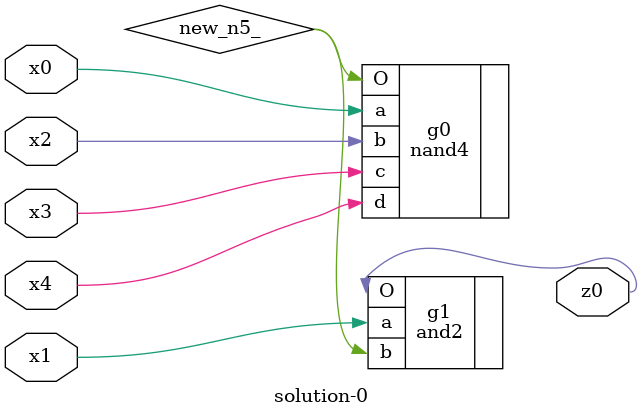
<source format=v>
module \solution-0 (
  x0, x1, x2, x3, x4,
  z0 );
  input x0, x1, x2, x3, x4;
  output z0;
  wire new_n5_;
  nand4  g0(.a(x0), .b(x2), .c(x3), .d(x4), .O(new_n5_));
  and2  g1(.a(x1), .b(new_n5_), .O(z0));
endmodule

</source>
